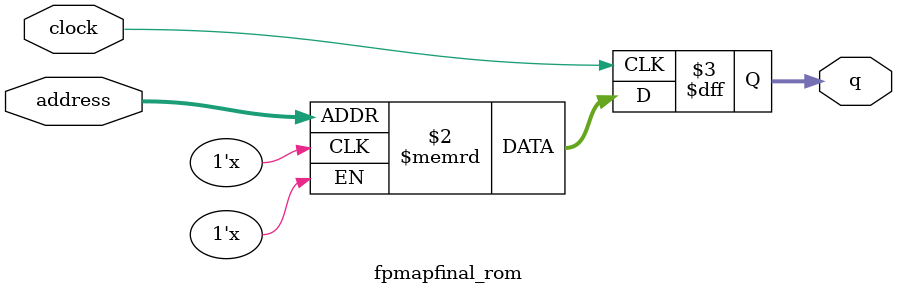
<source format=sv>
module fpmapfinal_rom (
	input logic clock,
	input logic [17:0] address,
	output logic [3:0] q
);

logic [3:0] memory [0:153599] /* synthesis ram_init_file = "./fpmapfinal/fpmapfinal.mif" */;

always_ff @ (posedge clock) begin
	q <= memory[address];
end

endmodule

</source>
